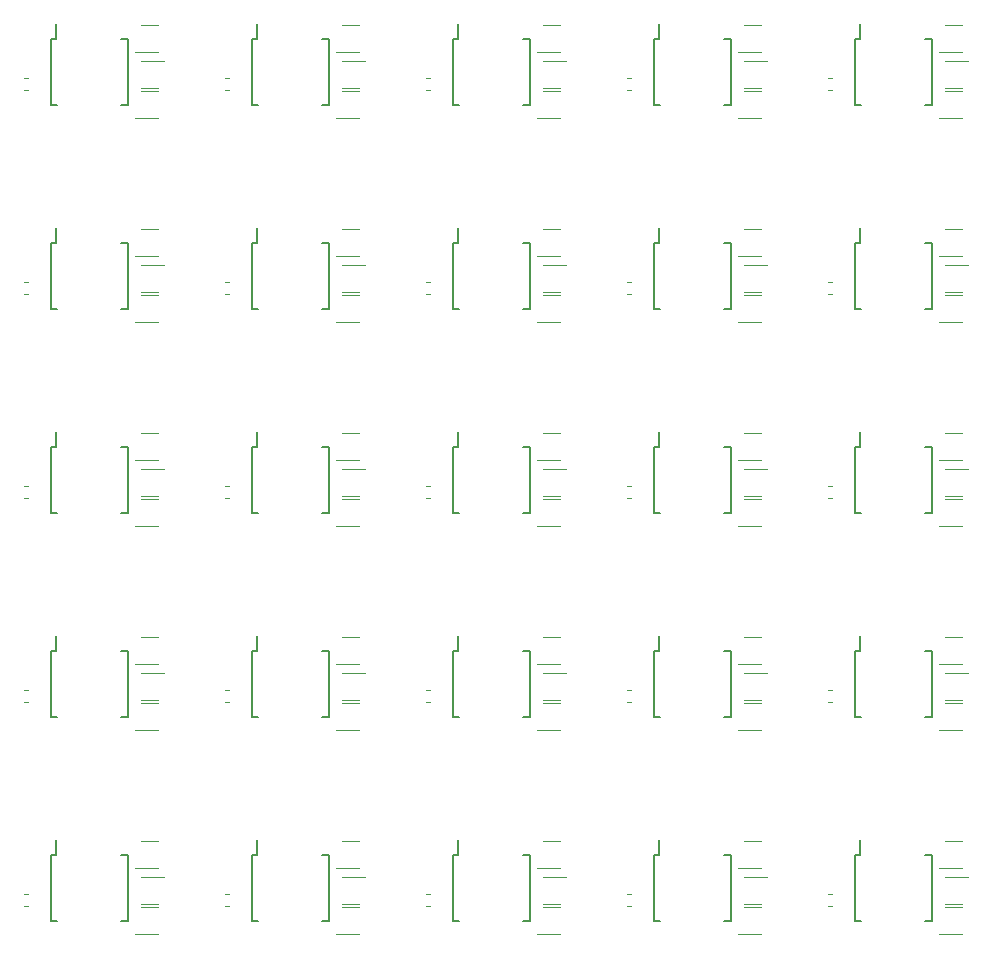
<source format=gbo>
G04 #@! TF.GenerationSoftware,KiCad,Pcbnew,5.1.0*
G04 #@! TF.CreationDate,2019-09-19T00:51:00+09:00*
G04 #@! TF.ProjectId,panelized_key,70616e65-6c69-47a6-9564-5f6b65792e6b,rev?*
G04 #@! TF.SameCoordinates,Original*
G04 #@! TF.FileFunction,Legend,Bot*
G04 #@! TF.FilePolarity,Positive*
%FSLAX46Y46*%
G04 Gerber Fmt 4.6, Leading zero omitted, Abs format (unit mm)*
G04 Created by KiCad (PCBNEW 5.1.0) date 2019-09-19 00:51:00*
%MOMM*%
%LPD*%
G04 APERTURE LIST*
%ADD10C,0.150000*%
%ADD11C,0.120000*%
G04 APERTURE END LIST*
D10*
X67845000Y-87903000D02*
X68320000Y-87903000D01*
X67845000Y-93453000D02*
X68420000Y-93453000D01*
X74395000Y-93453000D02*
X73820000Y-93453000D01*
X74395000Y-87903000D02*
X73820000Y-87903000D01*
X67845000Y-87903000D02*
X67845000Y-93453000D01*
X74395000Y-87903000D02*
X74395000Y-93453000D01*
X68320000Y-87903000D02*
X68320000Y-86628000D01*
D11*
X42864000Y-94632000D02*
X40964000Y-94632000D01*
X41464000Y-92312000D02*
X42864000Y-92312000D01*
X24446000Y-86724000D02*
X25846000Y-86724000D01*
X25846000Y-89044000D02*
X23946000Y-89044000D01*
X58482000Y-89772000D02*
X60382000Y-89772000D01*
X59882000Y-92092000D02*
X58482000Y-92092000D01*
X59882000Y-94632000D02*
X57982000Y-94632000D01*
X58482000Y-92312000D02*
X59882000Y-92312000D01*
D10*
X50827000Y-87903000D02*
X51302000Y-87903000D01*
X50827000Y-93453000D02*
X51402000Y-93453000D01*
X57377000Y-93453000D02*
X56802000Y-93453000D01*
X57377000Y-87903000D02*
X56802000Y-87903000D01*
X50827000Y-87903000D02*
X50827000Y-93453000D01*
X57377000Y-87903000D02*
X57377000Y-93453000D01*
X51302000Y-87903000D02*
X51302000Y-86628000D01*
D11*
X48596733Y-92204000D02*
X48939267Y-92204000D01*
X48596733Y-91184000D02*
X48939267Y-91184000D01*
X59882000Y-89044000D02*
X57982000Y-89044000D01*
X58482000Y-86724000D02*
X59882000Y-86724000D01*
X76900000Y-94632000D02*
X75000000Y-94632000D01*
X75500000Y-92312000D02*
X76900000Y-92312000D01*
X65614733Y-92204000D02*
X65957267Y-92204000D01*
X65614733Y-91184000D02*
X65957267Y-91184000D01*
X75500000Y-89772000D02*
X77400000Y-89772000D01*
X76900000Y-92092000D02*
X75500000Y-92092000D01*
X76900000Y-89044000D02*
X75000000Y-89044000D01*
X75500000Y-86724000D02*
X76900000Y-86724000D01*
D10*
X84863000Y-87903000D02*
X85338000Y-87903000D01*
X84863000Y-93453000D02*
X85438000Y-93453000D01*
X91413000Y-93453000D02*
X90838000Y-93453000D01*
X91413000Y-87903000D02*
X90838000Y-87903000D01*
X84863000Y-87903000D02*
X84863000Y-93453000D01*
X91413000Y-87903000D02*
X91413000Y-93453000D01*
X85338000Y-87903000D02*
X85338000Y-86628000D01*
D11*
X93918000Y-94632000D02*
X92018000Y-94632000D01*
X92518000Y-92312000D02*
X93918000Y-92312000D01*
X31578733Y-92204000D02*
X31921267Y-92204000D01*
X31578733Y-91184000D02*
X31921267Y-91184000D01*
X82632733Y-92204000D02*
X82975267Y-92204000D01*
X82632733Y-91184000D02*
X82975267Y-91184000D01*
X93918000Y-89044000D02*
X92018000Y-89044000D01*
X92518000Y-86724000D02*
X93918000Y-86724000D01*
X41464000Y-89772000D02*
X43364000Y-89772000D01*
X42864000Y-92092000D02*
X41464000Y-92092000D01*
X92518000Y-89772000D02*
X94418000Y-89772000D01*
X93918000Y-92092000D02*
X92518000Y-92092000D01*
X25846000Y-92092000D02*
X24446000Y-92092000D01*
X24446000Y-89772000D02*
X26346000Y-89772000D01*
X14560733Y-91184000D02*
X14903267Y-91184000D01*
X14560733Y-92204000D02*
X14903267Y-92204000D01*
X24446000Y-92312000D02*
X25846000Y-92312000D01*
X25846000Y-94632000D02*
X23946000Y-94632000D01*
X42864000Y-89044000D02*
X40964000Y-89044000D01*
X41464000Y-86724000D02*
X42864000Y-86724000D01*
D10*
X17266000Y-87903000D02*
X17266000Y-86628000D01*
X23341000Y-87903000D02*
X23341000Y-93453000D01*
X16791000Y-87903000D02*
X16791000Y-93453000D01*
X23341000Y-87903000D02*
X22766000Y-87903000D01*
X23341000Y-93453000D02*
X22766000Y-93453000D01*
X16791000Y-93453000D02*
X17366000Y-93453000D01*
X16791000Y-87903000D02*
X17266000Y-87903000D01*
X33809000Y-87903000D02*
X34284000Y-87903000D01*
X33809000Y-93453000D02*
X34384000Y-93453000D01*
X40359000Y-93453000D02*
X39784000Y-93453000D01*
X40359000Y-87903000D02*
X39784000Y-87903000D01*
X33809000Y-87903000D02*
X33809000Y-93453000D01*
X40359000Y-87903000D02*
X40359000Y-93453000D01*
X34284000Y-87903000D02*
X34284000Y-86628000D01*
X67845000Y-70631000D02*
X68320000Y-70631000D01*
X67845000Y-76181000D02*
X68420000Y-76181000D01*
X74395000Y-76181000D02*
X73820000Y-76181000D01*
X74395000Y-70631000D02*
X73820000Y-70631000D01*
X67845000Y-70631000D02*
X67845000Y-76181000D01*
X74395000Y-70631000D02*
X74395000Y-76181000D01*
X68320000Y-70631000D02*
X68320000Y-69356000D01*
D11*
X42864000Y-77360000D02*
X40964000Y-77360000D01*
X41464000Y-75040000D02*
X42864000Y-75040000D01*
X24446000Y-69452000D02*
X25846000Y-69452000D01*
X25846000Y-71772000D02*
X23946000Y-71772000D01*
X58482000Y-72500000D02*
X60382000Y-72500000D01*
X59882000Y-74820000D02*
X58482000Y-74820000D01*
X59882000Y-77360000D02*
X57982000Y-77360000D01*
X58482000Y-75040000D02*
X59882000Y-75040000D01*
D10*
X50827000Y-70631000D02*
X51302000Y-70631000D01*
X50827000Y-76181000D02*
X51402000Y-76181000D01*
X57377000Y-76181000D02*
X56802000Y-76181000D01*
X57377000Y-70631000D02*
X56802000Y-70631000D01*
X50827000Y-70631000D02*
X50827000Y-76181000D01*
X57377000Y-70631000D02*
X57377000Y-76181000D01*
X51302000Y-70631000D02*
X51302000Y-69356000D01*
D11*
X48596733Y-74932000D02*
X48939267Y-74932000D01*
X48596733Y-73912000D02*
X48939267Y-73912000D01*
X59882000Y-71772000D02*
X57982000Y-71772000D01*
X58482000Y-69452000D02*
X59882000Y-69452000D01*
X76900000Y-77360000D02*
X75000000Y-77360000D01*
X75500000Y-75040000D02*
X76900000Y-75040000D01*
X65614733Y-74932000D02*
X65957267Y-74932000D01*
X65614733Y-73912000D02*
X65957267Y-73912000D01*
X75500000Y-72500000D02*
X77400000Y-72500000D01*
X76900000Y-74820000D02*
X75500000Y-74820000D01*
X76900000Y-71772000D02*
X75000000Y-71772000D01*
X75500000Y-69452000D02*
X76900000Y-69452000D01*
D10*
X84863000Y-70631000D02*
X85338000Y-70631000D01*
X84863000Y-76181000D02*
X85438000Y-76181000D01*
X91413000Y-76181000D02*
X90838000Y-76181000D01*
X91413000Y-70631000D02*
X90838000Y-70631000D01*
X84863000Y-70631000D02*
X84863000Y-76181000D01*
X91413000Y-70631000D02*
X91413000Y-76181000D01*
X85338000Y-70631000D02*
X85338000Y-69356000D01*
D11*
X93918000Y-77360000D02*
X92018000Y-77360000D01*
X92518000Y-75040000D02*
X93918000Y-75040000D01*
X31578733Y-74932000D02*
X31921267Y-74932000D01*
X31578733Y-73912000D02*
X31921267Y-73912000D01*
X82632733Y-74932000D02*
X82975267Y-74932000D01*
X82632733Y-73912000D02*
X82975267Y-73912000D01*
X93918000Y-71772000D02*
X92018000Y-71772000D01*
X92518000Y-69452000D02*
X93918000Y-69452000D01*
X41464000Y-72500000D02*
X43364000Y-72500000D01*
X42864000Y-74820000D02*
X41464000Y-74820000D01*
X92518000Y-72500000D02*
X94418000Y-72500000D01*
X93918000Y-74820000D02*
X92518000Y-74820000D01*
X25846000Y-74820000D02*
X24446000Y-74820000D01*
X24446000Y-72500000D02*
X26346000Y-72500000D01*
X14560733Y-73912000D02*
X14903267Y-73912000D01*
X14560733Y-74932000D02*
X14903267Y-74932000D01*
X24446000Y-75040000D02*
X25846000Y-75040000D01*
X25846000Y-77360000D02*
X23946000Y-77360000D01*
X42864000Y-71772000D02*
X40964000Y-71772000D01*
X41464000Y-69452000D02*
X42864000Y-69452000D01*
D10*
X17266000Y-70631000D02*
X17266000Y-69356000D01*
X23341000Y-70631000D02*
X23341000Y-76181000D01*
X16791000Y-70631000D02*
X16791000Y-76181000D01*
X23341000Y-70631000D02*
X22766000Y-70631000D01*
X23341000Y-76181000D02*
X22766000Y-76181000D01*
X16791000Y-76181000D02*
X17366000Y-76181000D01*
X16791000Y-70631000D02*
X17266000Y-70631000D01*
X33809000Y-70631000D02*
X34284000Y-70631000D01*
X33809000Y-76181000D02*
X34384000Y-76181000D01*
X40359000Y-76181000D02*
X39784000Y-76181000D01*
X40359000Y-70631000D02*
X39784000Y-70631000D01*
X33809000Y-70631000D02*
X33809000Y-76181000D01*
X40359000Y-70631000D02*
X40359000Y-76181000D01*
X34284000Y-70631000D02*
X34284000Y-69356000D01*
X67845000Y-53359000D02*
X68320000Y-53359000D01*
X67845000Y-58909000D02*
X68420000Y-58909000D01*
X74395000Y-58909000D02*
X73820000Y-58909000D01*
X74395000Y-53359000D02*
X73820000Y-53359000D01*
X67845000Y-53359000D02*
X67845000Y-58909000D01*
X74395000Y-53359000D02*
X74395000Y-58909000D01*
X68320000Y-53359000D02*
X68320000Y-52084000D01*
D11*
X42864000Y-60088000D02*
X40964000Y-60088000D01*
X41464000Y-57768000D02*
X42864000Y-57768000D01*
X24446000Y-52180000D02*
X25846000Y-52180000D01*
X25846000Y-54500000D02*
X23946000Y-54500000D01*
X58482000Y-55228000D02*
X60382000Y-55228000D01*
X59882000Y-57548000D02*
X58482000Y-57548000D01*
X59882000Y-60088000D02*
X57982000Y-60088000D01*
X58482000Y-57768000D02*
X59882000Y-57768000D01*
D10*
X50827000Y-53359000D02*
X51302000Y-53359000D01*
X50827000Y-58909000D02*
X51402000Y-58909000D01*
X57377000Y-58909000D02*
X56802000Y-58909000D01*
X57377000Y-53359000D02*
X56802000Y-53359000D01*
X50827000Y-53359000D02*
X50827000Y-58909000D01*
X57377000Y-53359000D02*
X57377000Y-58909000D01*
X51302000Y-53359000D02*
X51302000Y-52084000D01*
D11*
X48596733Y-57660000D02*
X48939267Y-57660000D01*
X48596733Y-56640000D02*
X48939267Y-56640000D01*
X59882000Y-54500000D02*
X57982000Y-54500000D01*
X58482000Y-52180000D02*
X59882000Y-52180000D01*
X76900000Y-60088000D02*
X75000000Y-60088000D01*
X75500000Y-57768000D02*
X76900000Y-57768000D01*
X65614733Y-57660000D02*
X65957267Y-57660000D01*
X65614733Y-56640000D02*
X65957267Y-56640000D01*
X75500000Y-55228000D02*
X77400000Y-55228000D01*
X76900000Y-57548000D02*
X75500000Y-57548000D01*
X76900000Y-54500000D02*
X75000000Y-54500000D01*
X75500000Y-52180000D02*
X76900000Y-52180000D01*
D10*
X84863000Y-53359000D02*
X85338000Y-53359000D01*
X84863000Y-58909000D02*
X85438000Y-58909000D01*
X91413000Y-58909000D02*
X90838000Y-58909000D01*
X91413000Y-53359000D02*
X90838000Y-53359000D01*
X84863000Y-53359000D02*
X84863000Y-58909000D01*
X91413000Y-53359000D02*
X91413000Y-58909000D01*
X85338000Y-53359000D02*
X85338000Y-52084000D01*
D11*
X93918000Y-60088000D02*
X92018000Y-60088000D01*
X92518000Y-57768000D02*
X93918000Y-57768000D01*
X31578733Y-57660000D02*
X31921267Y-57660000D01*
X31578733Y-56640000D02*
X31921267Y-56640000D01*
X82632733Y-57660000D02*
X82975267Y-57660000D01*
X82632733Y-56640000D02*
X82975267Y-56640000D01*
X93918000Y-54500000D02*
X92018000Y-54500000D01*
X92518000Y-52180000D02*
X93918000Y-52180000D01*
X41464000Y-55228000D02*
X43364000Y-55228000D01*
X42864000Y-57548000D02*
X41464000Y-57548000D01*
X92518000Y-55228000D02*
X94418000Y-55228000D01*
X93918000Y-57548000D02*
X92518000Y-57548000D01*
X25846000Y-57548000D02*
X24446000Y-57548000D01*
X24446000Y-55228000D02*
X26346000Y-55228000D01*
X14560733Y-56640000D02*
X14903267Y-56640000D01*
X14560733Y-57660000D02*
X14903267Y-57660000D01*
X24446000Y-57768000D02*
X25846000Y-57768000D01*
X25846000Y-60088000D02*
X23946000Y-60088000D01*
X42864000Y-54500000D02*
X40964000Y-54500000D01*
X41464000Y-52180000D02*
X42864000Y-52180000D01*
D10*
X17266000Y-53359000D02*
X17266000Y-52084000D01*
X23341000Y-53359000D02*
X23341000Y-58909000D01*
X16791000Y-53359000D02*
X16791000Y-58909000D01*
X23341000Y-53359000D02*
X22766000Y-53359000D01*
X23341000Y-58909000D02*
X22766000Y-58909000D01*
X16791000Y-58909000D02*
X17366000Y-58909000D01*
X16791000Y-53359000D02*
X17266000Y-53359000D01*
X33809000Y-53359000D02*
X34284000Y-53359000D01*
X33809000Y-58909000D02*
X34384000Y-58909000D01*
X40359000Y-58909000D02*
X39784000Y-58909000D01*
X40359000Y-53359000D02*
X39784000Y-53359000D01*
X33809000Y-53359000D02*
X33809000Y-58909000D01*
X40359000Y-53359000D02*
X40359000Y-58909000D01*
X34284000Y-53359000D02*
X34284000Y-52084000D01*
X67845000Y-36087000D02*
X68320000Y-36087000D01*
X67845000Y-41637000D02*
X68420000Y-41637000D01*
X74395000Y-41637000D02*
X73820000Y-41637000D01*
X74395000Y-36087000D02*
X73820000Y-36087000D01*
X67845000Y-36087000D02*
X67845000Y-41637000D01*
X74395000Y-36087000D02*
X74395000Y-41637000D01*
X68320000Y-36087000D02*
X68320000Y-34812000D01*
D11*
X42864000Y-42816000D02*
X40964000Y-42816000D01*
X41464000Y-40496000D02*
X42864000Y-40496000D01*
X24446000Y-34908000D02*
X25846000Y-34908000D01*
X25846000Y-37228000D02*
X23946000Y-37228000D01*
X58482000Y-37956000D02*
X60382000Y-37956000D01*
X59882000Y-40276000D02*
X58482000Y-40276000D01*
X59882000Y-42816000D02*
X57982000Y-42816000D01*
X58482000Y-40496000D02*
X59882000Y-40496000D01*
D10*
X50827000Y-36087000D02*
X51302000Y-36087000D01*
X50827000Y-41637000D02*
X51402000Y-41637000D01*
X57377000Y-41637000D02*
X56802000Y-41637000D01*
X57377000Y-36087000D02*
X56802000Y-36087000D01*
X50827000Y-36087000D02*
X50827000Y-41637000D01*
X57377000Y-36087000D02*
X57377000Y-41637000D01*
X51302000Y-36087000D02*
X51302000Y-34812000D01*
D11*
X48596733Y-40388000D02*
X48939267Y-40388000D01*
X48596733Y-39368000D02*
X48939267Y-39368000D01*
X59882000Y-37228000D02*
X57982000Y-37228000D01*
X58482000Y-34908000D02*
X59882000Y-34908000D01*
X76900000Y-42816000D02*
X75000000Y-42816000D01*
X75500000Y-40496000D02*
X76900000Y-40496000D01*
X65614733Y-40388000D02*
X65957267Y-40388000D01*
X65614733Y-39368000D02*
X65957267Y-39368000D01*
X75500000Y-37956000D02*
X77400000Y-37956000D01*
X76900000Y-40276000D02*
X75500000Y-40276000D01*
X76900000Y-37228000D02*
X75000000Y-37228000D01*
X75500000Y-34908000D02*
X76900000Y-34908000D01*
D10*
X84863000Y-36087000D02*
X85338000Y-36087000D01*
X84863000Y-41637000D02*
X85438000Y-41637000D01*
X91413000Y-41637000D02*
X90838000Y-41637000D01*
X91413000Y-36087000D02*
X90838000Y-36087000D01*
X84863000Y-36087000D02*
X84863000Y-41637000D01*
X91413000Y-36087000D02*
X91413000Y-41637000D01*
X85338000Y-36087000D02*
X85338000Y-34812000D01*
D11*
X93918000Y-42816000D02*
X92018000Y-42816000D01*
X92518000Y-40496000D02*
X93918000Y-40496000D01*
X31578733Y-40388000D02*
X31921267Y-40388000D01*
X31578733Y-39368000D02*
X31921267Y-39368000D01*
X82632733Y-40388000D02*
X82975267Y-40388000D01*
X82632733Y-39368000D02*
X82975267Y-39368000D01*
X93918000Y-37228000D02*
X92018000Y-37228000D01*
X92518000Y-34908000D02*
X93918000Y-34908000D01*
X41464000Y-37956000D02*
X43364000Y-37956000D01*
X42864000Y-40276000D02*
X41464000Y-40276000D01*
X92518000Y-37956000D02*
X94418000Y-37956000D01*
X93918000Y-40276000D02*
X92518000Y-40276000D01*
X25846000Y-40276000D02*
X24446000Y-40276000D01*
X24446000Y-37956000D02*
X26346000Y-37956000D01*
X14560733Y-39368000D02*
X14903267Y-39368000D01*
X14560733Y-40388000D02*
X14903267Y-40388000D01*
X24446000Y-40496000D02*
X25846000Y-40496000D01*
X25846000Y-42816000D02*
X23946000Y-42816000D01*
X42864000Y-37228000D02*
X40964000Y-37228000D01*
X41464000Y-34908000D02*
X42864000Y-34908000D01*
D10*
X17266000Y-36087000D02*
X17266000Y-34812000D01*
X23341000Y-36087000D02*
X23341000Y-41637000D01*
X16791000Y-36087000D02*
X16791000Y-41637000D01*
X23341000Y-36087000D02*
X22766000Y-36087000D01*
X23341000Y-41637000D02*
X22766000Y-41637000D01*
X16791000Y-41637000D02*
X17366000Y-41637000D01*
X16791000Y-36087000D02*
X17266000Y-36087000D01*
X33809000Y-36087000D02*
X34284000Y-36087000D01*
X33809000Y-41637000D02*
X34384000Y-41637000D01*
X40359000Y-41637000D02*
X39784000Y-41637000D01*
X40359000Y-36087000D02*
X39784000Y-36087000D01*
X33809000Y-36087000D02*
X33809000Y-41637000D01*
X40359000Y-36087000D02*
X40359000Y-41637000D01*
X34284000Y-36087000D02*
X34284000Y-34812000D01*
D11*
X92518000Y-17636000D02*
X93918000Y-17636000D01*
X93918000Y-19956000D02*
X92018000Y-19956000D01*
X93918000Y-23004000D02*
X92518000Y-23004000D01*
X92518000Y-20684000D02*
X94418000Y-20684000D01*
X82632733Y-22096000D02*
X82975267Y-22096000D01*
X82632733Y-23116000D02*
X82975267Y-23116000D01*
X92518000Y-23224000D02*
X93918000Y-23224000D01*
X93918000Y-25544000D02*
X92018000Y-25544000D01*
D10*
X85338000Y-18815000D02*
X85338000Y-17540000D01*
X91413000Y-18815000D02*
X91413000Y-24365000D01*
X84863000Y-18815000D02*
X84863000Y-24365000D01*
X91413000Y-18815000D02*
X90838000Y-18815000D01*
X91413000Y-24365000D02*
X90838000Y-24365000D01*
X84863000Y-24365000D02*
X85438000Y-24365000D01*
X84863000Y-18815000D02*
X85338000Y-18815000D01*
D11*
X75500000Y-17636000D02*
X76900000Y-17636000D01*
X76900000Y-19956000D02*
X75000000Y-19956000D01*
X76900000Y-23004000D02*
X75500000Y-23004000D01*
X75500000Y-20684000D02*
X77400000Y-20684000D01*
X65614733Y-22096000D02*
X65957267Y-22096000D01*
X65614733Y-23116000D02*
X65957267Y-23116000D01*
X75500000Y-23224000D02*
X76900000Y-23224000D01*
X76900000Y-25544000D02*
X75000000Y-25544000D01*
D10*
X68320000Y-18815000D02*
X68320000Y-17540000D01*
X74395000Y-18815000D02*
X74395000Y-24365000D01*
X67845000Y-18815000D02*
X67845000Y-24365000D01*
X74395000Y-18815000D02*
X73820000Y-18815000D01*
X74395000Y-24365000D02*
X73820000Y-24365000D01*
X67845000Y-24365000D02*
X68420000Y-24365000D01*
X67845000Y-18815000D02*
X68320000Y-18815000D01*
D11*
X58482000Y-17636000D02*
X59882000Y-17636000D01*
X59882000Y-19956000D02*
X57982000Y-19956000D01*
X59882000Y-23004000D02*
X58482000Y-23004000D01*
X58482000Y-20684000D02*
X60382000Y-20684000D01*
X48596733Y-22096000D02*
X48939267Y-22096000D01*
X48596733Y-23116000D02*
X48939267Y-23116000D01*
X58482000Y-23224000D02*
X59882000Y-23224000D01*
X59882000Y-25544000D02*
X57982000Y-25544000D01*
D10*
X51302000Y-18815000D02*
X51302000Y-17540000D01*
X57377000Y-18815000D02*
X57377000Y-24365000D01*
X50827000Y-18815000D02*
X50827000Y-24365000D01*
X57377000Y-18815000D02*
X56802000Y-18815000D01*
X57377000Y-24365000D02*
X56802000Y-24365000D01*
X50827000Y-24365000D02*
X51402000Y-24365000D01*
X50827000Y-18815000D02*
X51302000Y-18815000D01*
D11*
X41464000Y-17636000D02*
X42864000Y-17636000D01*
X42864000Y-19956000D02*
X40964000Y-19956000D01*
X42864000Y-23004000D02*
X41464000Y-23004000D01*
X41464000Y-20684000D02*
X43364000Y-20684000D01*
X31578733Y-22096000D02*
X31921267Y-22096000D01*
X31578733Y-23116000D02*
X31921267Y-23116000D01*
X41464000Y-23224000D02*
X42864000Y-23224000D01*
X42864000Y-25544000D02*
X40964000Y-25544000D01*
D10*
X34284000Y-18815000D02*
X34284000Y-17540000D01*
X40359000Y-18815000D02*
X40359000Y-24365000D01*
X33809000Y-18815000D02*
X33809000Y-24365000D01*
X40359000Y-18815000D02*
X39784000Y-18815000D01*
X40359000Y-24365000D02*
X39784000Y-24365000D01*
X33809000Y-24365000D02*
X34384000Y-24365000D01*
X33809000Y-18815000D02*
X34284000Y-18815000D01*
D11*
X25846000Y-25544000D02*
X23946000Y-25544000D01*
X24446000Y-23224000D02*
X25846000Y-23224000D01*
X14560733Y-23116000D02*
X14903267Y-23116000D01*
X14560733Y-22096000D02*
X14903267Y-22096000D01*
D10*
X16791000Y-18815000D02*
X17266000Y-18815000D01*
X16791000Y-24365000D02*
X17366000Y-24365000D01*
X23341000Y-24365000D02*
X22766000Y-24365000D01*
X23341000Y-18815000D02*
X22766000Y-18815000D01*
X16791000Y-18815000D02*
X16791000Y-24365000D01*
X23341000Y-18815000D02*
X23341000Y-24365000D01*
X17266000Y-18815000D02*
X17266000Y-17540000D01*
D11*
X24446000Y-20684000D02*
X26346000Y-20684000D01*
X25846000Y-23004000D02*
X24446000Y-23004000D01*
X25846000Y-19956000D02*
X23946000Y-19956000D01*
X24446000Y-17636000D02*
X25846000Y-17636000D01*
M02*

</source>
